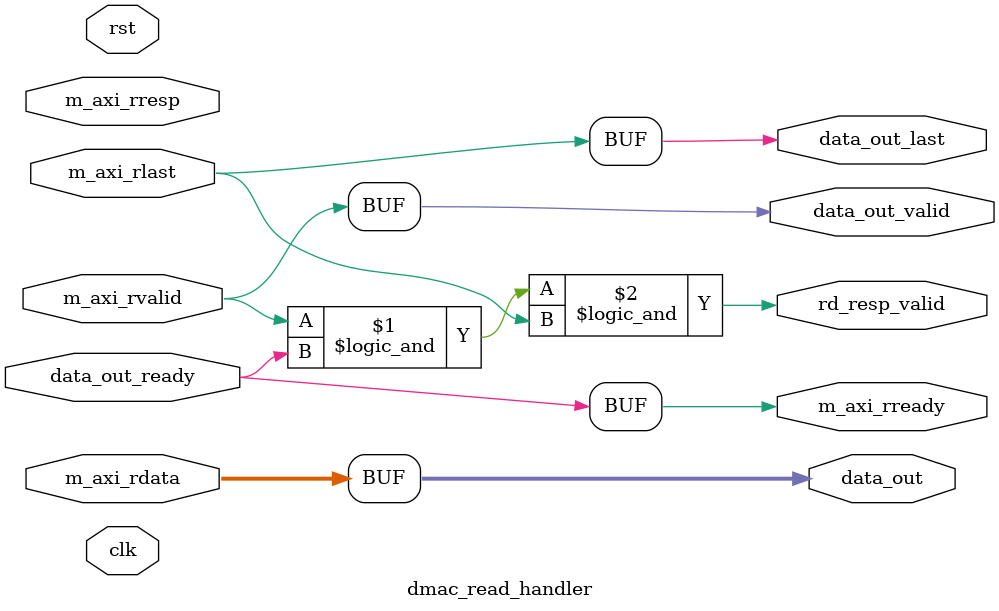
<source format=sv>
module dmac_read_handler # (
    parameter int ADDR_WD = 32,
    parameter int DATA_WD = 32,

    parameter int CHANNEL_COUNT = 8, /// 8 channels
    parameter int MAX_BURST_LEN = 16, /// 16 beats

    localparam int STRB_WD = DATA_WD / 8
) (
    input                               clk,
    input                               rst,

    output                              data_out_valid,
    input                               data_out_ready,
    output [DATA_WD-1:0]                data_out,
    output                              data_out_last,

    output                              rd_resp_valid,

    // Read Response Channel
    input wire                          m_axi_rvalid,
    output wire                         m_axi_rready,
    input wire [DATA_WD-1:0]            m_axi_rdata,
    input wire [1:0]                    m_axi_rresp,
    input wire                          m_axi_rlast
);

    // TODO: narrow burst

    assign data_out_valid = m_axi_rvalid;
    assign m_axi_rready = data_out_ready;
    assign data_out_last = m_axi_rlast;
    assign data_out = m_axi_rdata;

    assign rd_resp_valid = m_axi_rvalid && m_axi_rready && m_axi_rlast;

endmodule : dmac_read_handler
</source>
